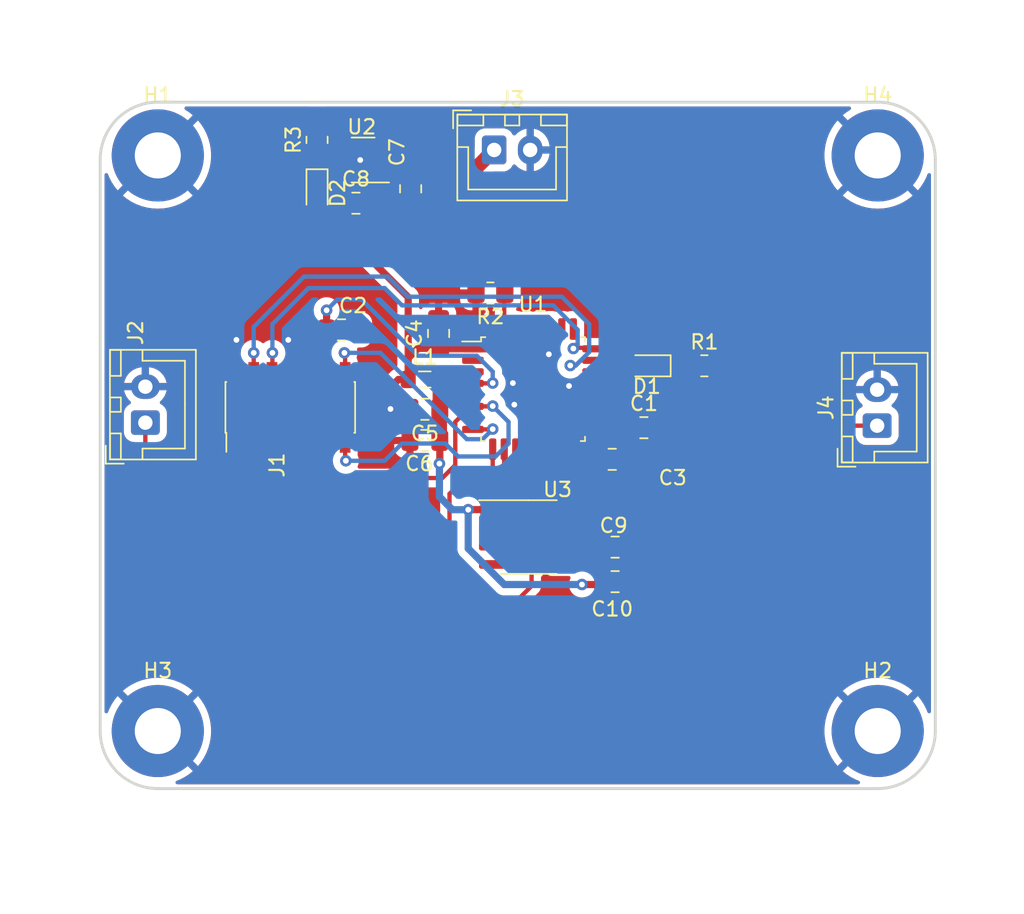
<source format=kicad_pcb>
(kicad_pcb (version 20221018) (generator pcbnew)
  (layers (0 "F.Cu" signal) (31 "B.Cu" signal) (34 "B.Paste" user) (35 "F.Paste" user) (36 "B.SilkS" user "B.Silkscreen") (37 "F.SilkS" user "F.Silkscreen") (38 "B.Mask" user) (39 "F.Mask" user) (44 "Edge.Cuts" user))
  (net 0 "")
  (net 1 "+3V3")
  (net 2 "GND")
  (net 3 "NRST")
  (net 4 "+3.3VA")
  (net 5 "+5V")
  (net 6 "Net-(D1-K)")
  (net 7 "LED_STATUS")
  (net 8 "Net-(D2-K)")
  (net 11 "SWDIO")
  (net 12 "SWDCK")
  (net 16 "USART2_RX")
  (net 17 "USART2_TX")
  (net 18 "ADC_IN1")
  (net 19 "DAC_OUT")
  (net 20 "Net-(U1-PB9)")
  (net 23 "DAC_nLDAC")
  (net 24 "DAC_nCS")
  (net 25 "SPI1_SCK")
  (net 27 "SPI1_MOSI")
  (footprint "LED_SMD:LED_0603_1608Metric_Pad1.05x0.95mm_HandSolder" (layer "F.Cu") (at 128.7 56.6 -90)
    (fp_text reference "D2" (at 0 -1.43 90) (layer "F.SilkS"))
    (fp_text value "GREEN LED")
    (fp_line (start -1.66 -0.735) (end -1.66 0.735) (stroke (width 0.12)) (layer "F.SilkS"))
    (fp_line (start -1.66 0.735) (end 0.8 0.735) (stroke (width 0.12)) (layer "F.SilkS"))
    (fp_line (start 0.8 -0.735) (end -1.66 -0.735) (stroke (width 0.12)) (layer "F.SilkS"))
    (pad "1" smd roundrect (at -0.875 0 270) (size 1.05 0.95) (layers "F.Cu" "F.Paste" "F.Mask") (net 8 "Net-(D2-K)"))
    (pad "2" smd roundrect (at 0.875 0 270) (size 1.05 0.95) (layers "F.Cu" "F.Paste" "F.Mask") (net 1 "+3V3"))
  )
  (footprint "Capacitor_SMD:C_0805_2012Metric_Pad1.18x1.45mm_HandSolder" (layer "F.Cu") (at 136.19 71.62 180)
    (fp_text reference "C5" (at 0 -1.68) (layer "F.SilkS"))
    (fp_text value "1u")
    (fp_line (start -0.261252 -0.735) (end 0.261252 -0.735) (stroke (width 0.12)) (layer "F.SilkS"))
    (fp_line (start -0.261252 0.735) (end 0.261252 0.735) (stroke (width 0.12)) (layer "F.SilkS"))
    (pad "1" smd roundrect (at -1.0375 0 180) (size 1.175 1.45) (layers "F.Cu" "F.Paste" "F.Mask") (roundrect_rratio 0.212766) (net 4 "+3.3VA"))
    (pad "2" smd roundrect (at 1.0375 0 180) (size 1.175 1.45) (layers "F.Cu" "F.Paste" "F.Mask") (roundrect_rratio 0.212766) (net 2 "GND"))
  )
  (footprint "Capacitor_SMD:C_0805_2012Metric_Pad1.18x1.45mm_HandSolder" (layer "F.Cu") (at 137.14 66.35 90)
    (fp_text reference "C4" (at 0 -1.68 90) (layer "F.SilkS"))
    (fp_text value "100n")
    (fp_line (start -0.261252 -0.735) (end 0.261252 -0.735) (stroke (width 0.12)) (layer "F.SilkS"))
    (fp_line (start -0.261252 0.735) (end 0.261252 0.735) (stroke (width 0.12)) (layer "F.SilkS"))
    (pad "1" smd roundrect (at -1.0375 0 90) (size 1.175 1.45) (layers "F.Cu" "F.Paste" "F.Mask") (roundrect_rratio 0.212766) (net 1 "+3V3"))
    (pad "2" smd roundrect (at 1.0375 0 90) (size 1.175 1.45) (layers "F.Cu" "F.Paste" "F.Mask") (roundrect_rratio 0.212766) (net 2 "GND"))
  )
  (footprint "Capacitor_SMD:C_0805_2012Metric_Pad1.18x1.45mm_HandSolder" (layer "F.Cu") (at 149.2 75.1 180)
    (fp_text reference "C3" (at -4.2 -1.28) (layer "F.SilkS"))
    (fp_text value "100n")
    (fp_line (start -0.261252 -0.735) (end 0.261252 -0.735) (stroke (width 0.12)) (layer "F.SilkS"))
    (fp_line (start -0.261252 0.735) (end 0.261252 0.735) (stroke (width 0.12)) (layer "F.SilkS"))
    (pad "1" smd roundrect (at -1.0375 0 180) (size 1.175 1.45) (layers "F.Cu" "F.Paste" "F.Mask") (roundrect_rratio 0.212766) (net 1 "+3V3"))
    (pad "2" smd roundrect (at 1.0375 0 180) (size 1.175 1.45) (layers "F.Cu" "F.Paste" "F.Mask") (roundrect_rratio 0.212766) (net 2 "GND"))
  )
  (footprint "Inductor_SMD:L_0805_2012Metric_Pad1.05x1.20mm_HandSolder" (layer "F.Cu") (at 136.18 69.55)
    (fp_text reference "L1" (at 0 -1.55) (layer "F.SilkS"))
    (fp_text value "39n")
    (fp_line (start -0.410242 -0.56) (end 0.410242 -0.56) (stroke (width 0.12)) (layer "F.SilkS"))
    (fp_line (start -0.410242 0.56) (end 0.410242 0.56) (stroke (width 0.12)) (layer "F.SilkS"))
    (pad "1" smd roundrect (at -1.15 0) (size 1.05 1.2) (layers "F.Cu" "F.Paste" "F.Mask") (roundrect_rratio 0.238095) (net 1 "+3V3"))
    (pad "2" smd roundrect (at 1.15 0) (size 1.05 1.2) (layers "F.Cu" "F.Paste" "F.Mask") (roundrect_rratio 0.238095) (net 4 "+3.3VA"))
  )
  (footprint "Resistor_SMD:R_0805_2012Metric_Pad1.20x1.40mm_HandSolder" (layer "F.Cu") (at 128.7 52.9 90)
    (fp_text reference "R3" (at 0 -1.65 90) (layer "F.SilkS"))
    (fp_text value "1k")
    (fp_line (start -0.227064 -0.735) (end 0.227064 -0.735) (stroke (width 0.12)) (layer "F.SilkS"))
    (fp_line (start -0.227064 0.735) (end 0.227064 0.735) (stroke (width 0.12)) (layer "F.SilkS"))
    (pad "1" smd roundrect (at -1 0 90) (size 1.2 1.4) (layers "F.Cu" "F.Paste" "F.Mask") (roundrect_rratio 0.208333) (net 8 "Net-(D2-K)"))
    (pad "2" smd roundrect (at 1 0 90) (size 1.2 1.4) (layers "F.Cu" "F.Paste" "F.Mask") (roundrect_rratio 0.208333) (net 2 "GND"))
  )
  (footprint "Resistor_SMD:R_0805_2012Metric_Pad1.20x1.40mm_HandSolder" (layer "F.Cu") (at 155.6 68.6)
    (fp_text reference "R1" (at 0 -1.65) (layer "F.SilkS"))
    (fp_text value "1k")
    (fp_line (start -0.227064 -0.735) (end 0.227064 -0.735) (stroke (width 0.12)) (layer "F.SilkS"))
    (fp_line (start -0.227064 0.735) (end 0.227064 0.735) (stroke (width 0.12)) (layer "F.SilkS"))
    (pad "1" smd roundrect (at -1 0) (size 1.2 1.4) (layers "F.Cu" "F.Paste" "F.Mask") (roundrect_rratio 0.208333) (net 6 "Net-(D1-K)"))
    (pad "2" smd roundrect (at 1 0) (size 1.2 1.4) (layers "F.Cu" "F.Paste" "F.Mask") (roundrect_rratio 0.208333) (net 2 "GND"))
  )
  (footprint "Capacitor_SMD:C_0805_2012Metric_Pad1.18x1.45mm_HandSolder" (layer "F.Cu") (at 130.4 66.1)
    (fp_text reference "C2" (at 0.8 -1.68) (layer "F.SilkS"))
    (fp_text value "100n")
    (fp_line (start -0.261252 -0.735) (end 0.261252 -0.735) (stroke (width 0.12)) (layer "F.SilkS"))
    (fp_line (start -0.261252 0.735) (end 0.261252 0.735) (stroke (width 0.12)) (layer "F.SilkS"))
    (pad "1" smd roundrect (at -1.0375 0) (size 1.175 1.45) (layers "F.Cu" "F.Paste" "F.Mask") (roundrect_rratio 0.212766) (net 3 "NRST"))
    (pad "2" smd roundrect (at 1.0375 0) (size 1.175 1.45) (layers "F.Cu" "F.Paste" "F.Mask") (roundrect_rratio 0.212766) (net 2 "GND"))
  )
  (footprint "Connector_JST:JST_XH_B2B-XH-A_1x02_P2.50mm_Vertical" (layer "F.Cu") (at 141 53.6)
    (fp_text reference "J3" (at 1.25 -3.55) (layer "F.SilkS"))
    (fp_text value "POWER")
    (fp_line (start -2.85 -2.75) (end -2.85 -1.5) (stroke (width 0.12)) (layer "F.SilkS"))
    (fp_line (start -2.56 -2.46) (end -2.56 3.51) (stroke (width 0.12)) (layer "F.SilkS"))
    (fp_line (start -2.56 3.51) (end 5.06 3.51) (stroke (width 0.12)) (layer "F.SilkS"))
    (fp_line (start -2.55 -2.45) (end -2.55 -1.7) (stroke (width 0.12)) (layer "F.SilkS"))
    (fp_line (start -2.55 -1.7) (end -0.75 -1.7) (stroke (width 0.12)) (layer "F.SilkS"))
    (fp_line (start -2.55 -0.2) (end -1.8 -0.2) (stroke (width 0.12)) (layer "F.SilkS"))
    (fp_line (start -1.8 -0.2) (end -1.8 2.75) (stroke (width 0.12)) (layer "F.SilkS"))
    (fp_line (start -1.8 2.75) (end 1.25 2.75) (stroke (width 0.12)) (layer "F.SilkS"))
    (fp_line (start -1.6 -2.75) (end -2.85 -2.75) (stroke (width 0.12)) (layer "F.SilkS"))
    (fp_line (start -0.75 -2.45) (end -2.55 -2.45) (stroke (width 0.12)) (layer "F.SilkS"))
    (fp_line (start -0.75 -1.7) (end -0.75 -2.45) (stroke (width 0.12)) (layer "F.SilkS"))
    (fp_line (start 0.75 -2.45) (end 0.75 -1.7) (stroke (width 0.12)) (layer "F.SilkS"))
    (fp_line (start 0.75 -1.7) (end 1.75 -1.7) (stroke (width 0.12)) (layer "F.SilkS"))
    (fp_line (start 1.75 -2.45) (end 0.75 -2.45) (stroke (width 0.12)) (layer "F.SilkS"))
    (fp_line (start 1.75 -1.7) (end 1.75 -2.45) (stroke (width 0.12)) (layer "F.SilkS"))
    (fp_line (start 3.25 -2.45) (end 3.25 -1.7) (stroke (width 0.12)) (layer "F.SilkS"))
    (fp_line (start 3.25 -1.7) (end 5.05 -1.7) (stroke (width 0.12)) (layer "F.SilkS"))
    (fp_line (start 4.3 -0.2) (end 4.3 2.75) (stroke (width 0.12)) (layer "F.SilkS"))
    (fp_line (start 4.3 2.75) (end 1.25 2.75) (stroke (width 0.12)) (layer "F.SilkS"))
    (fp_line (start 5.05 -2.45) (end 3.25 -2.45) (stroke (width 0.12)) (layer "F.SilkS"))
    (fp_line (start 5.05 -1.7) (end 5.05 -2.45) (stroke (width 0.12)) (layer "F.SilkS"))
    (fp_line (start 5.05 -0.2) (end 4.3 -0.2) (stroke (width 0.12)) (layer "F.SilkS"))
    (fp_line (start 5.06 -2.46) (end -2.56 -2.46) (stroke (width 0.12)) (layer "F.SilkS"))
    (fp_line (start 5.06 3.51) (end 5.06 -2.46) (stroke (width 0.12)) (layer "F.SilkS"))
    (pad "1" thru_hole roundrect (at 0 0) (size 1.7 2) (drill 1) (layers "*.Cu" "*.Mask") (roundrect_rratio 0.147059) (net 5 "+5V"))
    (pad "2" thru_hole oval (at 2.5 0) (size 1.7 2) (drill 1) (layers "*.Cu" "*.Mask") (net 2 "GND"))
  )
  (footprint "MountingHole:MountingHole_3.2mm_M3_Pad" (layer "F.Cu") (at 117.6401 53.98008)
    (fp_text reference "H1" (at 0 -4.2) (layer "F.SilkS"))
    (fp_text value "MountingHole_Pad")
    (pad "1" thru_hole circle (at 0 0) (size 6.4 6.4) (drill 3.2) (layers "*.Cu" "*.Mask") (net 2 "GND"))
  )
  (footprint "Connector_JST:JST_XH_B2B-XH-A_1x02_P2.50mm_Vertical" (layer "F.Cu") (at 116.775 72.55 90)
    (fp_text reference "J2" (at 6.25 -0.675 90) (layer "F.SilkS"))
    (fp_text value "INPUT")
    (fp_line (start -2.85 -2.75) (end -2.85 -1.5) (stroke (width 0.12)) (layer "F.SilkS"))
    (fp_line (start -2.56 -2.46) (end -2.56 3.51) (stroke (width 0.12)) (layer "F.SilkS"))
    (fp_line (start -2.56 3.51) (end 5.06 3.51) (stroke (width 0.12)) (layer "F.SilkS"))
    (fp_line (start -2.55 -2.45) (end -2.55 -1.7) (stroke (width 0.12)) (layer "F.SilkS"))
    (fp_line (start -2.55 -1.7) (end -0.75 -1.7) (stroke (width 0.12)) (layer "F.SilkS"))
    (fp_line (start -2.55 -0.2) (end -1.8 -0.2) (stroke (width 0.12)) (layer "F.SilkS"))
    (fp_line (start -1.8 -0.2) (end -1.8 2.75) (stroke (width 0.12)) (layer "F.SilkS"))
    (fp_line (start -1.8 2.75) (end 1.25 2.75) (stroke (width 0.12)) (layer "F.SilkS"))
    (fp_line (start -1.6 -2.75) (end -2.85 -2.75) (stroke (width 0.12)) (layer "F.SilkS"))
    (fp_line (start -0.75 -2.45) (end -2.55 -2.45) (stroke (width 0.12)) (layer "F.SilkS"))
    (fp_line (start -0.75 -1.7) (end -0.75 -2.45) (stroke (width 0.12)) (layer "F.SilkS"))
    (fp_line (start 0.75 -2.45) (end 0.75 -1.7) (stroke (width 0.12)) (layer "F.SilkS"))
    (fp_line (start 0.75 -1.7) (end 1.75 -1.7) (stroke (width 0.12)) (layer "F.SilkS"))
    (fp_line (start 1.75 -2.45) (end 0.75 -2.45) (stroke (width 0.12)) (layer "F.SilkS"))
    (fp_line (start 1.75 -1.7) (end 1.75 -2.45) (stroke (width 0.12)) (layer "F.SilkS"))
    (fp_line (start 3.25 -2.45) (end 3.25 -1.7) (stroke (width 0.12)) (layer "F.SilkS"))
    (fp_line (start 3.25 -1.7) (end 5.05 -1.7) (stroke (width 0.12)) (layer "F.SilkS"))
    (fp_line (start 4.3 -0.2) (end 4.3 2.75) (stroke (width 0.12)) (layer "F.SilkS"))
    (fp_line (start 4.3 2.75) (end 1.25 2.75) (stroke (width 0.12)) (layer "F.SilkS"))
    (fp_line (start 5.05 -2.45) (end 3.25 -2.45) (stroke (width 0.12)) (layer "F.SilkS"))
    (fp_line (start 5.05 -1.7) (end 5.05 -2.45) (stroke (width 0.12)) (layer "F.SilkS"))
    (fp_line (start 5.05 -0.2) (end 4.3 -0.2) (stroke (width 0.12)) (layer "F.SilkS"))
    (fp_line (start 5.06 -2.46) (end -2.56 -2.46) (stroke (width 0.12)) (layer "F.SilkS"))
    (fp_line (start 5.06 3.51) (end 5.06 -2.46) (stroke (width 0.12)) (layer "F.SilkS"))
    (pad "1" thru_hole roundrect (at 0 0 90) (size 1.7 2) (drill 1) (layers "*.Cu" "*.Mask") (roundrect_rratio 0.147059) (net 18 "ADC_IN1"))
    (pad "2" thru_hole oval (at 2.5 0 90) (size 1.7 2) (drill 1) (layers "*.Cu" "*.Mask") (net 2 "GND"))
  )
  (footprint "Connector_PinHeader_1.27mm:PinHeader_2x07_P1.27mm_Vertical_SMD" (layer "F.Cu") (at 126.84 71.49 90)
    (fp_text reference "J1" (at -4.01 -0.92 90) (layer "F.SilkS"))
    (fp_text value "Conn_02x07_Odd_Even")
    (fp_line (start -3.09 -4.44) (end -1.765 -4.44) (stroke (width 0.12)) (layer "F.SilkS"))
    (fp_line (start -1.765 -4.505) (end -1.765 -4.44) (stroke (width 0.12)) (layer "F.SilkS"))
    (fp_line (start -1.765 -4.505) (end 1.765 -4.505) (stroke (width 0.12)) (layer "F.SilkS"))
    (fp_line (start -1.765 4.44) (end -1.765 4.505) (stroke (width 0.12)) (layer "F.SilkS"))
    (fp_line (start -1.765 4.505) (end 1.765 4.505) (stroke (width 0.12)) (layer "F.SilkS"))
    (fp_line (start 1.765 -4.505) (end 1.765 -4.44) (stroke (width 0.12)) (layer "F.SilkS"))
    (fp_line (start 1.765 4.44) (end 1.765 4.505) (stroke (width 0.12)) (layer "F.SilkS"))
    (pad "1" smd rect (at -1.95 -3.81 90) (size 2.4 0.74) (layers "F.Cu" "F.Paste" "F.Mask"))
    (pad "2" smd rect (at 1.95 -3.81 90) (size 2.4 0.74) (layers "F.Cu" "F.Paste" "F.Mask"))
    (pad "3" smd rect (at -1.95 -2.54 90) (size 2.4 0.74) (layers "F.Cu" "F.Paste" "F.Mask") (net 1 "+3V3"))
    (pad "4" smd rect (at 1.95 -2.54 90) (size 2.4 0.74) (layers "F.Cu" "F.Paste" "F.Mask") (net 11 "SWDIO"))
    (pad "5" smd rect (at -1.95 -1.27 90) (size 2.4 0.74) (layers "F.Cu" "F.Paste" "F.Mask") (net 2 "GND"))
    (pad "6" smd rect (at 1.95 -1.27 90) (size 2.4 0.74) (layers "F.Cu" "F.Paste" "F.Mask") (net 12 "SWDCK"))
    (pad "7" smd rect (at -1.95 0 90) (size 2.4 0.74) (layers "F.Cu" "F.Paste" "F.Mask") (net 2 "GND"))
    (pad "8" smd rect (at 1.95 0 90) (size 2.4 0.74) (layers "F.Cu" "F.Paste" "F.Mask"))
    (pad "9" smd rect (at -1.95 1.27 90) (size 2.4 0.74) (layers "F.Cu" "F.Paste" "F.Mask"))
    (pad "10" smd rect (at 1.95 1.27 90) (size 2.4 0.74) (layers "F.Cu" "F.Paste" "F.Mask"))
    (pad "11" smd rect (at -1.95 2.54 90) (size 2.4 0.74) (layers "F.Cu" "F.Paste" "F.Mask") (net 2 "GND"))
    (pad "12" smd rect (at 1.95 2.54 90) (size 2.4 0.74) (layers "F.Cu" "F.Paste" "F.Mask") (net 3 "NRST"))
    (pad "13" smd rect (at -1.95 3.81 90) (size 2.4 0.74) (layers "F.Cu" "F.Paste" "F.Mask") (net 16 "USART2_RX"))
    (pad "14" smd rect (at 1.95 3.81 90) (size 2.4 0.74) (layers "F.Cu" "F.Paste" "F.Mask") (net 17 "USART2_TX"))
  )
  (footprint "MountingHole:MountingHole_3.2mm_M3_Pad" (layer "F.Cu") (at 167.64 53.98008)
    (fp_text reference "H4" (at 0 -4.2) (layer "F.SilkS"))
    (fp_text value "MountingHole_Pad")
    (pad "1" thru_hole circle (at 0 0) (size 6.4 6.4) (drill 3.2) (layers "*.Cu" "*.Mask") (net 2 "GND"))
  )
  (footprint "Capacitor_SMD:C_0805_2012Metric" (layer "F.Cu") (at 149.4 83.6)
    (fp_text reference "C10" (at -0.2 1.9) (layer "F.SilkS"))
    (fp_text value "10u")
    (fp_line (start -0.261252 -0.735) (end 0.261252 -0.735) (stroke (width 0.12)) (layer "F.SilkS"))
    (fp_line (start -0.261252 0.735) (end 0.261252 0.735) (stroke (width 0.12)) (layer "F.SilkS"))
    (pad "1" smd roundrect (at -0.95 0) (size 1 1.45) (layers "F.Cu" "F.Paste" "F.Mask") (net 4 "+3.3VA"))
    (pad "2" smd roundrect (at 0.95 0) (size 1 1.45) (layers "F.Cu" "F.Paste" "F.Mask") (net 2 "GND"))
  )
  (footprint "MountingHole:MountingHole_3.2mm_M3_Pad" (layer "F.Cu") (at 117.6401 93.98)
    (fp_text reference "H3" (at 0 -4.2) (layer "F.SilkS"))
    (fp_text value "MountingHole_Pad")
    (pad "1" thru_hole circle (at 0 0) (size 6.4 6.4) (drill 3.2) (layers "*.Cu" "*.Mask") (net 2 "GND"))
  )
  (footprint "Package_SO:SOIC-8_3.9x4.9mm_P1.27mm" (layer "F.Cu") (at 143.4 80.5)
    (fp_text reference "U3" (at 2 -3.3) (layer "F.SilkS"))
    (fp_text value "MCP4801-E/SN")
    (fp_line (start 0 -2.56) (end -3.45 -2.56) (stroke (width 0.12)) (layer "F.SilkS"))
    (fp_line (start 0 -2.56) (end 1.95 -2.56) (stroke (width 0.12)) (layer "F.SilkS"))
    (fp_line (start 0 2.56) (end -1.95 2.56) (stroke (width 0.12)) (layer "F.SilkS"))
    (fp_line (start 0 2.56) (end 1.95 2.56) (stroke (width 0.12)) (layer "F.SilkS"))
    (pad "1" smd roundrect (at -2.475 -1.905) (size 1.95 0.6) (layers "F.Cu" "F.Paste" "F.Mask") (net 4 "+3.3VA"))
    (pad "2" smd roundrect (at -2.475 -0.635) (size 1.95 0.6) (layers "F.Cu" "F.Paste" "F.Mask") (net 24 "DAC_nCS"))
    (pad "3" smd roundrect (at -2.475 0.635) (size 1.95 0.6) (layers "F.Cu" "F.Paste" "F.Mask") (net 25 "SPI1_SCK"))
    (pad "4" smd roundrect (at -2.475 1.905) (size 1.95 0.6) (layers "F.Cu" "F.Paste" "F.Mask") (net 27 "SPI1_MOSI"))
    (pad "5" smd roundrect (at 2.475 1.905) (size 1.95 0.6) (layers "F.Cu" "F.Paste" "F.Mask") (net 23 "DAC_nLDAC"))
    (pad "6" smd roundrect (at 2.475 0.635) (size 1.95 0.6) (layers "F.Cu" "F.Paste" "F.Mask") (net 4 "+3.3VA"))
    (pad "7" smd roundrect (at 2.475 -0.635) (size 1.95 0.6) (layers "F.Cu" "F.Paste" "F.Mask") (net 2 "GND"))
    (pad "8" smd roundrect (at 2.475 -1.905) (size 1.95 0.6) (layers "F.Cu" "F.Paste" "F.Mask") (net 19 "DAC_OUT"))
  )
  (footprint "LED_SMD:LED_0603_1608Metric_Pad1.05x0.95mm_HandSolder" (layer "F.Cu") (at 151.6 68.6 180)
    (fp_text reference "D1" (at 0 -1.43) (layer "F.SilkS"))
    (fp_text value "ORANGE TLMO1100-GS8")
    (fp_line (start -1.66 -0.735) (end -1.66 0.735) (stroke (width 0.12)) (layer "F.SilkS"))
    (fp_line (start -1.66 0.735) (end 0.8 0.735) (stroke (width 0.12)) (layer "F.SilkS"))
    (fp_line (start 0.8 -0.735) (end -1.66 -0.735) (stroke (width 0.12)) (layer "F.SilkS"))
    (pad "1" smd roundrect (at -0.875 0 180) (size 1.05 0.95) (layers "F.Cu" "F.Paste" "F.Mask") (net 6 "Net-(D1-K)"))
    (pad "2" smd roundrect (at 0.875 0 180) (size 1.05 0.95) (layers "F.Cu" "F.Paste" "F.Mask") (net 7 "LED_STATUS"))
  )
  (footprint "MountingHole:MountingHole_3.2mm_M3_Pad" (layer "F.Cu") (at 167.64 93.98)
    (fp_text reference "H2" (at 0 -4.2) (layer "F.SilkS"))
    (fp_text value "MountingHole_Pad")
    (pad "1" thru_hole circle (at 0 0) (size 6.4 6.4) (drill 3.2) (layers "*.Cu" "*.Mask") (net 2 "GND"))
  )
  (footprint "Capacitor_SMD:C_0805_2012Metric" (layer "F.Cu") (at 135.2 56.3 -90)
    (fp_text reference "C7" (at -2.54 0.95 90) (layer "F.SilkS"))
    (fp_text value "1uF")
    (fp_line (start -0.261252 -0.735) (end 0.261252 -0.735) (stroke (width 0.12)) (layer "F.SilkS"))
    (fp_line (start -0.261252 0.735) (end 0.261252 0.735) (stroke (width 0.12)) (layer "F.SilkS"))
    (pad "1" smd roundrect (at -0.95 0 270) (size 1 1.45) (layers "F.Cu" "F.Paste" "F.Mask") (net 5 "+5V"))
    (pad "2" smd roundrect (at 0.95 0 270) (size 1 1.45) (layers "F.Cu" "F.Paste" "F.Mask") (net 2 "GND"))
  )
  (footprint "Resistor_SMD:R_0805_2012Metric_Pad1.20x1.40mm_HandSolder" (layer "F.Cu") (at 140.74 63.54 180)
    (fp_text reference "R2" (at 0 -1.65) (layer "F.SilkS"))
    (fp_text value "100k")
    (fp_line (start -0.227064 -0.735) (end 0.227064 -0.735) (stroke (width 0.12)) (layer "F.SilkS"))
    (fp_line (start -0.227064 0.735) (end 0.227064 0.735) (stroke (width 0.12)) (layer "F.SilkS"))
    (pad "1" smd roundrect (at -1 0 180) (size 1.2 1.4) (layers "F.Cu" "F.Paste" "F.Mask") (roundrect_rratio 0.208333) (net 20 "Net-(U1-PB9)"))
    (pad "2" smd roundrect (at 1 0 180) (size 1.2 1.4) (layers "F.Cu" "F.Paste" "F.Mask") (roundrect_rratio 0.208333) (net 2 "GND"))
  )
  (footprint "Connector_JST:JST_XH_B2B-XH-A_1x02_P2.50mm_Vertical" (layer "F.Cu") (at 167.6 72.76 90)
    (fp_text reference "J4" (at 1.25 -3.55 90) (layer "F.SilkS"))
    (fp_text value "OUTPUT")
    (fp_line (start -2.85 -2.75) (end -2.85 -1.5) (stroke (width 0.12)) (layer "F.SilkS"))
    (fp_line (start -2.56 -2.46) (end -2.56 3.51) (stroke (width 0.12)) (layer "F.SilkS"))
    (fp_line (start -2.56 3.51) (end 5.06 3.51) (stroke (width 0.12)) (layer "F.SilkS"))
    (fp_line (start -2.55 -2.45) (end -2.55 -1.7) (stroke (width 0.12)) (layer "F.SilkS"))
    (fp_line (start -2.55 -1.7) (end -0.75 -1.7) (stroke (width 0.12)) (layer "F.SilkS"))
    (fp_line (start -2.55 -0.2) (end -1.8 -0.2) (stroke (width 0.12)) (layer "F.SilkS"))
    (fp_line (start -1.8 -0.2) (end -1.8 2.75) (stroke (width 0.12)) (layer "F.SilkS"))
    (fp_line (start -1.8 2.75) (end 1.25 2.75) (stroke (width 0.12)) (layer "F.SilkS"))
    (fp_line (start -1.6 -2.75) (end -2.85 -2.75) (stroke (width 0.12)) (layer "F.SilkS"))
    (fp_line (start -0.75 -2.45) (end -2.55 -2.45) (stroke (width 0.12)) (layer "F.SilkS"))
    (fp_line (start -0.75 -1.7) (end -0.75 -2.45) (stroke (width 0.12)) (layer "F.SilkS"))
    (fp_line (start 0.75 -2.45) (end 0.75 -1.7) (stroke (width 0.12)) (layer "F.SilkS"))
    (fp_line (start 0.75 -1.7) (end 1.75 -1.7) (stroke (width 0.12)) (layer "F.SilkS"))
    (fp_line (start 1.75 -2.45) (end 0.75 -2.45) (stroke (width 0.12)) (layer "F.SilkS"))
    (fp_line (start 1.75 -1.7) (end 1.75 -2.45) (stroke (width 0.12)) (layer "F.SilkS"))
    (fp_line (start 3.25 -2.45) (end 3.25 -1.7) (stroke (width 0.12)) (layer "F.SilkS"))
    (fp_line (start 3.25 -1.7) (end 5.05 -1.7) (stroke (width 0.12)) (layer "F.SilkS"))
    (fp_line (start 4.3 -0.2) (end 4.3 2.75) (stroke (width 0.12)) (layer "F.SilkS"))
    (fp_line (start 4.3 2.75) (end 1.25 2.75) (stroke (width 0.12)) (layer "F.SilkS"))
    (fp_line (start 5.05 -2.45) (end 3.25 -2.45) (stroke (width 0.12)) (layer "F.SilkS"))
    (fp_line (start 5.05 -1.7) (end 5.05 -2.45) (stroke (width 0.12)) (layer "F.SilkS"))
    (fp_line (start 5.05 -0.2) (end 4.3 -0.2) (stroke (width 0.12)) (layer "F.SilkS"))
    (fp_line (start 5.06 -2.46) (end -2.56 -2.46) (stroke (width 0.12)) (layer "F.SilkS"))
    (fp_line (start 5.06 3.51) (end 5.06 -2.46) (stroke (width 0.12)) (layer "F.SilkS"))
    (pad "1" thru_hole roundrect (at 0 0 90) (size 1.7 2) (drill 1) (layers "*.Cu" "*.Mask") (roundrect_rratio 0.147059) (net 19 "DAC_OUT"))
    (pad "2" thru_hole oval (at 2.5 0 90) (size 1.7 2) (drill 1) (layers "*.Cu" "*.Mask") (net 2 "GND"))
  )
  (footprint "Capacitor_SMD:C_0805_2012Metric_Pad1.18x1.45mm_HandSolder" (layer "F.Cu") (at 151.4 72.9)
    (fp_text reference "C1" (at 0 -1.68) (layer "F.SilkS"))
    (fp_text value "4u7")
    (fp_line (start -0.261252 -0.735) (end 0.261252 -0.735) (stroke (width 0.12)) (layer "F.SilkS"))
    (fp_line (start -0.261252 0.735) (end 0.261252 0.735) (stroke (width 0.12)) (layer "F.SilkS"))
    (pad "1" smd roundrect (at -1.0375 0) (size 1.175 1.45) (layers "F.Cu" "F.Paste" "F.Mask") (roundrect_rratio 0.212766) (net 1 "+3V3"))
    (pad "2" smd roundrect (at 1.0375 0) (size 1.175 1.45) (layers "F.Cu" "F.Paste" "F.Mask") (roundrect_rratio 0.212766) (net 2 "GND"))
  )
  (footprint "Package_QFP:LQFP-32_7x7mm_P0.8mm" (layer "F.Cu") (at 143.7 70.22)
    (fp_text reference "U1" (at 0 -5.88) (layer "F.SilkS"))
    (fp_text value "STM32L021K4T6")
    (fp_line (start -3.61 -3.61) (end -3.61 -3.31) (stroke (width 0.12)) (layer "F.SilkS"))
    (fp_line (start -3.61 -3.31) (end -4.925 -3.31) (stroke (width 0.12)) (layer "F.SilkS"))
    (fp_line (start -3.61 3.61) (end -3.61 3.31) (stroke (width 0.12)) (layer "F.SilkS"))
    (fp_line (start -3.31 -3.61) (end -3.61 -3.61) (stroke (width 0.12)) (layer "F.SilkS"))
    (fp_line (start -3.31 3.61) (end -3.61 3.61) (stroke (width 0.12)) (layer "F.SilkS"))
    (fp_line (start 3.31 -3.61) (end 3.61 -3.61) (stroke (width 0.12)) (layer "F.SilkS"))
    (fp_line (start 3.31 3.61) (end 3.61 3.61) (stroke (width 0.12)) (layer "F.SilkS"))
    (fp_line (start 3.61 -3.61) (end 3.61 -3.31) (stroke (width 0.12)) (layer "F.SilkS"))
    (fp_line (start 3.61 3.61) (end 3.61 3.31) (stroke (width 0.12)) (layer "F.SilkS"))
    (pad "1" smd roundrect (at -4.175 -2.8) (size 1.5 0.5) (layers "F.Cu" "F.Paste" "F.Mask") (net 1 "+3V3"))
    (pad "2" smd roundrect (at -4.175 -2) (size 1.5 0.5) (layers "F.Cu" "F.Paste" "F.Mask"))
    (pad "3" smd roundrect (at -4.175 -1.2) (size 1.5 0.5) (layers "F.Cu" "F.Paste" "F.Mask"))
    (pad "4" smd roundrect (at -4.175 -0.4) (size 1.5 0.5) (layers "F.Cu" "F.Paste" "F.Mask") (net 3 "NRST"))
    (pad "5" smd roundrect (at -4.175 0.4) (size 1.5 0.5) (layers "F.Cu" "F.Paste" "F.Mask") (net 4 "+3.3VA"))
    (pad "6" smd roundrect (at -4.175 1.2) (size 1.5 0.5) (layers "F.Cu" "F.Paste" "F.Mask") (net 16 "USART2_RX"))
    (pad "7" smd roundrect (at -4.175 2) (size 1.5 0.5) (layers "F.Cu" "F.Paste" "F.Mask") (net 18 "ADC_IN1"))
    (pad "8" smd roundrect (at -4.175 2.8) (size 1.5 0.5) (layers "F.Cu" "F.Paste" "F.Mask") (net 17 "USART2_TX"))
    (pad "9" smd roundrect (at -2.8 4.175) (size 0.5 1.5) (layers "F.Cu" "F.Paste" "F.Mask") (net 23 "DAC_nLDAC"))
    (pad "10" smd roundrect (at -2 4.175) (size 0.5 1.5) (layers "F.Cu" "F.Paste" "F.Mask") (net 24 "DAC_nCS"))
    (pad "11" smd roundrect (at -1.2 4.175) (size 0.5 1.5) (layers "F.Cu" "F.Paste" "F.Mask") (net 25 "SPI1_SCK"))
    (pad "12" smd roundrect (at -0.4 4.175) (size 0.5 1.5) (layers "F.Cu" "F.Paste" "F.Mask"))
    (pad "13" smd roundrect (at 0.4 4.175) (size 0.5 1.5) (layers "F.Cu" "F.Paste" "F.Mask") (net 27 "SPI1_MOSI"))
    (pad "14" smd roundrect (at 1.2 4.175) (size 0.5 1.5) (layers "F.Cu" "F.Paste" "F.Mask"))
    (pad "15" smd roundrect (at 2 4.175) (size 0.5 1.5) (layers "F.Cu" "F.Paste" "F.Mask"))
    (pad "16" smd roundrect (at 2.8 4.175) (size 0.5 1.5) (layers "F.Cu" "F.Paste" "F.Mask") (net 2 "GND"))
    (pad "17" smd roundrect (at 4.175 2.8) (size 1.5 0.5) (layers "F.Cu" "F.Paste" "F.Mask") (net 1 "+3V3"))
    (pad "18" smd roundrect (at 4.175 2) (size 1.5 0.5) (layers "F.Cu" "F.Paste" "F.Mask") (net 7 "LED_STATUS"))
    (pad "19" smd roundrect (at 4.175 1.2) (size 1.5 0.5) (layers "F.Cu" "F.Paste" "F.Mask"))
    (pad "20" smd roundrect (at 4.175 0.4) (size 1.5 0.5) (layers "F.Cu" "F.Paste" "F.Mask"))
    (pad "21" smd roundrect (at 4.175 -0.4) (size 1.5 0.5) (layers "F.Cu" "F.Paste" "F.Mask"))
    (pad "22" smd roundrect (at 4.175 -1.2) (size 1.5 0.5) (layers "F.Cu" "F.Paste" "F.Mask"))
    (pad "23" smd roundrect (at 4.175 -2) (size 1.5 0.5) (layers "F.Cu" "F.Paste" "F.Mask") (net 11 "SWDIO"))
    (pad "24" smd roundrect (at 4.175 -2.8) (size 1.5 0.5) (layers "F.Cu" "F.Paste" "F.Mask") (net 12 "SWDCK"))
    (pad "25" smd roundrect (at 2.8 -4.175) (size 0.5 1.5) (layers "F.Cu" "F.Paste" "F.Mask"))
    (pad "26" smd roundrect (at 2 -4.175) (size 0.5 1.5) (layers "F.Cu" "F.Paste" "F.Mask"))
    (pad "27" smd roundrect (at 1.2 -4.175) (size 0.5 1.5) (layers "F.Cu" "F.Paste" "F.Mask"))
    (pad "28" smd roundrect (at 0.4 -4.175) (size 0.5 1.5) (layers "F.Cu" "F.Paste" "F.Mask"))
    (pad "29" smd roundrect (at -0.4 -4.175) (size 0.5 1.5) (layers "F.Cu" "F.Paste" "F.Mask"))
    (pad "30" smd roundrect (at -1.2 -4.175) (size 0.5 1.5) (layers "F.Cu" "F.Paste" "F.Mask"))
    (pad "31" smd roundrect (at -2 -4.175) (size 0.5 1.5) (layers "F.Cu" "F.Paste" "F.Mask") (net 20 "Net-(U1-PB9)"))
    (pad "32" smd roundrect (at -2.8 -4.175) (size 0.5 1.5) (layers "F.Cu" "F.Paste" "F.Mask") (net 2 "GND"))
  )
  (footprint "Capacitor_SMD:C_0805_2012Metric_Pad1.18x1.45mm_HandSolder" (layer "F.Cu") (at 136.19 73.79 180)
    (fp_text reference "C6" (at 0.39 -1.61) (layer "F.SilkS"))
    (fp_text value "10n")
    (fp_line (start -0.261252 -0.735) (end 0.261252 -0.735) (stroke (width 0.12)) (layer "F.SilkS"))
    (fp_line (start -0.261252 0.735) (end 0.261252 0.735) (stroke (width 0.12)) (layer "F.SilkS"))
    (pad "1" smd roundrect (at -1.0375 0 180) (size 1.175 1.45) (layers "F.Cu" "F.Paste" "F.Mask") (roundrect_rratio 0.212766) (net 4 "+3.3VA"))
    (pad "2" smd roundrect (at 1.0375 0 180) (size 1.175 1.45) (layers "F.Cu" "F.Paste" "F.Mask") (roundrect_rratio 0.212766) (net 2 "GND"))
  )
  (footprint "Capacitor_SMD:C_0805_2012Metric_Pad1.18x1.45mm_HandSolder" (layer "F.Cu") (at 149.4 81.2)
    (fp_text reference "C9" (at -0.1 -1.5) (layer "F.SilkS"))
    (fp_text value "100n")
    (fp_line (start -0.261252 -0.735) (end 0.261252 -0.735) (stroke (width 0.12)) (layer "F.SilkS"))
    (fp_line (start -0.261252 0.735) (end 0.261252 0.735) (stroke (width 0.12)) (layer "F.SilkS"))
    (pad "1" smd roundrect (at -1.0375 0) (size 1.175 1.45) (layers "F.Cu" "F.Paste" "F.Mask") (roundrect_rratio 0.212766) (net 4 "+3.3VA"))
    (pad "2" smd roundrect (at 1.0375 0) (size 1.175 1.45) (layers "F.Cu" "F.Paste" "F.Mask") (roundrect_rratio 0.212766) (net 2 "GND"))
  )
  (footprint "Capacitor_SMD:C_0805_2012Metric" (layer "F.Cu") (at 131.4 57.3)
    (fp_text reference "C8" (at 0 -1.68) (layer "F.SilkS"))
    (fp_text value "1uF")
    (fp_line (start -0.261252 -0.735) (end 0.261252 -0.735) (stroke (width 0.12)) (layer "F.SilkS"))
    (fp_line (start -0.261252 0.735) (end 0.261252 0.735) (stroke (width 0.12)) (layer "F.SilkS"))
    (pad "1" smd roundrect (at -0.95 0) (size 1 1.45) (layers "F.Cu" "F.Paste" "F.Mask") (net 1 "+3V3"))
    (pad "2" smd roundrect (at 0.95 0) (size 1 1.45) (layers "F.Cu" "F.Paste" "F.Mask") (net 2 "GND"))
  )
  (footprint "Package_TO_SOT_SMD:SOT-23-5" (layer "F.Cu") (at 131.9 54.3 180)
    (fp_text reference "U2" (at 0.1 2.3) (layer "F.SilkS"))
    (fp_text value "BU33SD5WG-TR")
    (fp_line (start 0 -1.56) (end -1.8 -1.56) (stroke (width 0.12)) (layer "F.SilkS"))
    (fp_line (start 0 -1.56) (end 0.8 -1.56) (stroke (width 0.12)) (layer "F.SilkS"))
    (fp_line (start 0 1.56) (end -0.8 1.56) (stroke (width 0.12)) (layer "F.SilkS"))
    (fp_line (start 0 1.56) (end 0.8 1.56) (stroke (width 0.12)) (layer "F.SilkS"))
    (pad "1" smd roundrect (at -1.1375 -0.95 180) (size 1.325 0.6) (layers "F.Cu" "F.Paste" "F.Mask") (net 5 "+5V"))
    (pad "2" smd roundrect (at -1.1375 0 180) (size 1.325 0.6) (layers "F.Cu" "F.Paste" "F.Mask") (net 2 "GND"))
    (pad "3" smd roundrect (at -1.1375 0.95 180) (size 1.325 0.6) (layers "F.Cu" "F.Paste" "F.Mask") (net 5 "+5V"))
    (pad "4" smd roundrect (at 1.1375 0.95 180) (size 1.325 0.6) (layers "F.Cu" "F.Paste" "F.Mask"))
    (pad "5" smd roundrect (at 1.1375 -0.95 180) (size 1.325 0.6) (layers "F.Cu" "F.Paste" "F.Mask") (net 1 "+3V3"))
  )
  (gr_line (start 171.64 54.28) (end 171.64 93.98) (stroke (width 0.2)) (layer "Edge.Cuts"))
  (gr_arc (start 167.64 50.28) (mid 170.468427 51.451573) (end 171.64 54.28) (stroke (width 0.2)) (layer "Edge.Cuts"))
  (gr_arc (start 171.64 93.98) (mid 170.468427 96.808427) (end 167.64 97.98) (stroke (width 0.2)) (layer "Edge.Cuts"))
  (gr_arc (start 117.64 97.98) (mid 114.811573 96.808427) (end 113.64 93.98) (stroke (width 0.2)) (layer "Edge.Cuts"))
  (gr_line (start 117.64 97.98) (end 167.64 97.98) (stroke (width 0.2)) (layer "Edge.Cuts"))
  (gr_arc (start 113.64 54.28) (mid 114.811573 51.451573) (end 117.64 50.28) (stroke (width 0.2)) (layer "Edge.Cuts"))
  (gr_line (start 167.64 50.28) (end 117.64 50.28) (stroke (width 0.2)) (layer "Edge.Cuts"))
  (gr_line (start 113.64 54.28) (end 113.64 93.98) (stroke (width 0.2)) (layer "Edge.Cuts"))
  (segment (start 130.45 57.3) (end 130.45 59.25) (width 0.5) (layer "F.Cu") (net 1))
  (segment (start 124.3 71.74) (end 124.54 71.5) (width 0.5) (layer "F.Cu") (net 1))
  (segment (start 135.03 63.83) (end 135.03 68.07) (width 0.5) (layer "F.Cu") (net 1))
  (segment (start 146.966942 73.02) (end 141.366942 67.42) (width 0.5) (layer "F.Cu") (net 1))
  (segment (start 132.4 71.5) (end 134.35 69.55) (width 0.5) (layer "F.Cu") (net 1))
  (segment (start 150.2375 73.025) (end 150.3625 72.9) (width 1) (layer "F.Cu") (net 1))
  (segment (start 147.875 73.02) (end 150.2425 73.02) (width 0.5) (layer "F.Cu") (net 1))
  (segment (start 150.2375 75.1) (end 150.2375 73.025) (width 1) (layer "F.Cu") (net 1))
  (segment (start 141.366942 67.42) (end 139.525 67.42) (width 0.5) (layer "F.Cu") (net 1))
  (segment (start 130.7625 55.25) (end 130.7625 56.9875) (width 0.5) (layer "F.Cu") (net 1))
  (segment (start 150.2425 73.02) (end 150.3625 72.9) (width 0.5) (layer "F.Cu") (net 1))
  (segment (start 137.14 67.3875) (end 135.7125 67.3875) (width 0.5) (layer "F.Cu") (net 1))
  (segment (start 128.7 57.475) (end 130.275 57.475) (width 0.75) (layer "F.Cu") (net 1))
  (segment (start 130.45 59.25) (end 135.03 63.83) (width 0.5) (layer "F.Cu") (net 1))
  (segment (start 135.03 68.07) (end 135.03 69.55) (width 0.5) (layer "F.Cu") (net 1))
  (segment (start 139.525 67.42) (end 137.1725 67.42) (width 0.5) (layer "F.Cu") (net 1))
  (segment (start 134.35 69.55) (end 135.03 69.55) (width 0.5) (layer "F.Cu") (net 1))
  (segment (start 130.7625 56.9875) (end 130.45 57.3) (width 0.5) (layer "F.Cu") (net 1))
  (segment (start 147.875 73.02) (end 146.966942 73.02) (width 0.5) (layer "F.Cu") (net 1))
  (segment (start 124.3 73.44) (end 124.3 71.74) (width 0.5) (layer "F.Cu") (net 1))
  (segment (start 124.54 71.5) (end 132.4 71.5) (width 0.5) (layer "F.Cu") (net 1))
  (segment (start 135.7125 67.3875) (end 135.03 68.07) (width 0.5) (layer "F.Cu") (net 1))
  (segment (start 137.1725 67.42) (end 137.14 67.3875) (width 0.3) (layer "F.Cu") (net 1))
  (segment (start 130.275 57.475) (end 130.45 57.3) (width 0.75) (layer "F.Cu") (net 1))
  (segment (start 133.0375 54.3) (end 131.7 54.3) (width 0.5) (layer "F.Cu") (net 2))
  (via (at 133.8 71.6) (size 0.8) (drill 0.4) (layers "F.Cu" "B.Cu") (net 2))
  (via (at 123.1 66.8) (size 0.8) (drill 0.4) (layers "F.Cu" "B.Cu") (net 2))
  (via (at 146.2 70) (size 0.8) (drill 0.4) (layers "F.Cu" "B.Cu") (net 2))
  (via (at 142.3 69.8) (size 0.8) (drill 0.4) (layers "F.Cu" "B.Cu") (net 2))
  (via (at 144.8 67.8) (size 0.8) (drill 0.4) (layers "F.Cu" "B.Cu") (net 2))
  (via (at 126.7 66.8) (size 0.8) (drill 0.4) (layers "F.Cu" "B.Cu") (net 2))
  (via (at 142.4 71.3) (size 0.8) (drill 0.4) (layers "F.Cu" "B.Cu") (net 2))
  (via (at 131.7 54.3) (size 0.8) (drill 0.4) (layers "F.Cu" "B.Cu") (net 2))
  (segment (start 140.88 69.82) (end 140.9 69.8) (width 0.3) (layer "F.Cu") (net 3))
  (segment (start 129.38 66.1175) (end 129.38 69.54) (width 0.5) (layer "F.Cu") (net 3))
  (segment (start 129.3625 64.7375) (end 129.3625 66.1) (width 0.5) (layer "F.Cu") (net 3))
  (segment (start 129.5 65.9975) (end 129.38 66.1175) (width 0.5) (layer "F.Cu") (net 3))
  (segment (start 139.525 69.82) (end 140.88 69.82) (width 0.3) (layer "F.Cu") (net 3))
  (via (at 140.9 69.8) (size 0.8) (drill 0.4) (layers "F.Cu" "B.Cu") (net 3))
  (via (at 129.3625 64.7375) (size 0.8) (drill 0.4) (layers "F.Cu" "B.Cu") (net 3))
  (segment (start 139.8 67.9) (end 135.7 67.9) (width 0.3) (layer "B.Cu") (net 3))
  (segment (start 135.7 67.9) (end 131.8 64) (width 0.3) (layer "B.Cu") (net 3))
  (segment (start 131.8 64) (end 130.1 64) (width 0.3) (layer "B.Cu") (net 3))
  (segment (start 140.9 69) (end 139.8 67.9) (width 0.3) (layer "B.Cu") (net 3))
  (segment (start 140.9 69.8) (end 140.9 69) (width 0.3) (layer "B.Cu") (net 3))
  (segment (start 130.1 64) (end 129.3625 64.7375) (width 0.3) (layer "B.Cu") (net 3))
  (segment (start 137.2275 73.79) (end 137.2275 75.3725) (width 0.5) (layer "F.Cu") (net 4))
  (segment (start 139.205 78.595) (end 139.2 78.6) (width 0.5) (layer "F.Cu") (net 4))
  (segment (start 138.4 70.62) (end 137.33 69.55) (width 0.5) (layer "F.Cu") (net 4))
  (segment (start 137.2275 71.62) (end 137.2275 73.79) (width 1) (layer "F.Cu") (net 4))
  (segment (start 137.2275 71.62) (end 137.2275 69.6525) (width 1) (layer "F.Cu") (net 4))
  (segment (start 147.1 83.8) (end 148.25 83.8) (width 0.5) (layer "F.Cu") (net 4))
  (segment (start 148.45 81.2875) (end 148.3625 81.2) (width 0.75) (layer "F.Cu") (net 4))
  (segment (start 148.2975 81.135) (end 148.3625 81.2) (width 0.5) (layer "F.Cu") (net 4))
  (segment (start 137.2275 69.6525) (end 137.33 69.55) (width 1) (layer "F.Cu") (net 4))
  (segment (start 148.25 83.8) (end 148.45 83.6) (width 0.5) (layer "F.Cu") (net 4))
  (segment (start 137.2275 75.3725) (end 137.2 75.4) (width 0.5) (layer "F.Cu") (net 4))
  (segment (start 145.875 81.135) (end 148.2975 81.135) (width 0.5) (layer "F.Cu") (net 4))
  (segment (start 139.525 70.62) (end 138.4 70.62) (width 0.5) (layer "F.Cu") (net 4))
  (segment (start 140.925 78.595) (end 139.205 78.595) (width 0.5) (layer "F.Cu") (net 4))
  (segment (start 148.45 83.6) (end 148.45 81.2875) (width 0.75) (layer "F.Cu") (net 4))
  (via (at 137.2 75.4) (size 0.8) (drill 0.4) (layers "F.Cu" "B.Cu") (net 4))
  (via (at 147.1 83.8) (size 0.8) (drill 0.4) (layers "F.Cu" "B.Cu") (net 4))
  (via (at 139.2 78.6) (size 0.8) (drill 0.4) (layers "F.Cu" "B.Cu") (net 4))
  (segment (start 139.2 81.3) (end 139.2 78.6) (width 0.5) (layer "B.Cu") (net 4))
  (segment (start 138.1 78.6) (end 137.2 77.7) (width 0.5) (layer "B.Cu") (net 4))
  (segment (start 139.2 78.6) (end 138.1 78.6) (width 0.5) (layer "B.Cu") (net 4))
  (segment (start 147.1 83.8) (end 141.7 83.8) (width 0.5) (layer "B.Cu") (net 4))
  (segment (start 141.7 83.8) (end 139.2 81.3) (width 0.5) (layer "B.Cu") (net 4))
  (segment (start 137.2 77.7) (end 137.2 75.4) (width 0.5) (layer "B.Cu") (net 4))
  (segment (start 141 53.6) (end 139.3 55.3) (width 1) (layer "F.Cu") (net 5))
  (segment (start 139.3 55.3) (end 138.7 55.3) (width 1) (layer "F.Cu") (net 5))
  (segment (start 133.0375 55.25) (end 135.1 55.25) (width 0.5) (layer "F.Cu") (net 5))
  (segment (start 138.7 55.3) (end 138.65 55.35) (width 1) (layer "F.Cu") (net 5))
  (segment (start 138.65 55.35) (end 135.2 55.35) (width 1) (layer "F.Cu") (net 5))
  (segment (start 135.1 55.25) (end 135.2 55.35) (width 0.5) (layer "F.Cu") (net 5))
  (segment (start 135.2 54) (end 135.2 55.35) (width 0.5) (layer "F.Cu") (net 5))
  (segment (start 133.0375 53.35) (end 134.55 53.35) (width 0.5) (layer "F.Cu") (net 5))
  (segment (start 134.55 53.35) (end 135.2 54) (width 0.5) (layer "F.Cu") (net 5))
  (segment (start 152.475 68.6) (end 154.6 68.6) (width 0.5) (layer "F.Cu") (net 6))
  (segment (start 148.88 72.22) (end 149.4 71.7) (width 0.3) (layer "F.Cu") (net 7))
  (segment (start 149.4 70.6) (end 150.725 69.275) (width 0.3) (layer "F.Cu") (net 7))
  (segment (start 150.725 69.275) (end 150.725 68.6) (width 0.3) (layer "F.Cu") (net 7))
  (segment (start 147.875 72.22) (end 148.88 72.22) (width 0.3) (layer "F.Cu") (net 7))
  (segment (start 149.4 71.7) (end 149.4 70.6) (width 0.3) (layer "F.Cu") (net 7))
  (segment (start 128.7 55.725) (end 128.7 53.9) (width 0.75) (layer "F.Cu") (net 8))
  (segment (start 146.662856 68.580647) (end 146.285337 68.580647) (width 0.3) (layer "F.Cu") (net 11))
  (segment (start 147.023503 68.22) (end 146.662856 68.580647) (width 0.3) (layer "F.Cu") (net 11))
  (segment (start 147.875 68.22) (end 147.023503 68.22) (width 0.3) (layer "F.Cu") (net 11))
  (segment (start 124.3 67.7) (end 124.3 69.54) (width 0.3) (layer "F.Cu") (net 11))
  (via (at 124.3 67.7) (size 0.8) (drill 0.4) (layers "F.Cu" "B.Cu") (net 11))
  (via (at 146.285337 68.580647) (size 0.8) (drill 0.4) (layers "F.Cu" "B.Cu") (net 11))
  (segment (start 124.3 65.9) (end 124.3 67.7) (width 0.3) (layer "B.Cu") (net 11))
  (segment (start 146.662856 68.580647) (end 147.6 67.643503) (width 0.3) (layer "B.Cu") (net 11))
  (segment (start 135 63.8) (end 133.6 62.4) (width 0.3) (layer "B.Cu") (net 11))
  (segment (start 127.8 62.4) (end 124.3 65.9) (width 0.3) (layer "B.Cu") (net 11))
  (segment (start 147.6 67.643503) (end 147.6 65.7) (width 0.3) (layer "B.Cu") (net 11))
  (segment (start 146.285337 68.580647) (end 146.662856 68.580647) (width 0.3) (layer "B.Cu") (net 11))
  (segment (start 133.6 62.4) (end 127.8 62.4) (width 0.3) (layer "B.Cu") (net 11))
  (segment (start 147.6 65.7) (end 145.7 63.8) (width 0.3) (layer "B.Cu") (net 11))
  (segment (start 145.7 63.8) (end 135 63.8) (width 0.3) (layer "B.Cu") (net 11))
  (segment (start 125.6 67.7) (end 125.6 69.51) (width 0.3) (layer "F.Cu") (net 12))
  (segment (start 125.6 69.51) (end 125.57 69.54) (width 0.3) (layer "F.Cu") (net 12))
  (segment (start 147.875 67.42) (end 147.805 67.35) (width 0.3) (layer "F.Cu") (net 12))
  (segment (start 147.805 67.35) (end 146.5 67.35) (width 0.3) (layer "F.Cu") (net 12))
  (via (at 125.6 67.7) (size 0.8) (drill 0.4) (layers "F.Cu" "B.Cu") (net 12))
  (via (at 146.5 67.4) (size 0.8) (drill 0.4) (layers "F.Cu" "B.Cu") (net 12))
  (segment (start 125.6 65.7) (end 125.6 67.7) (width 0.3) (layer "B.Cu") (net 12))
  (segment (start 145.1 64.4) (end 134.6 64.4) (width 0.3) (layer "B.Cu") (net 12))
  (segment (start 134.6 64.4) (end 133.4 63.2) (width 0.3) (layer "B.Cu") (net 12))
  (segment (start 146.8 66.1) (end 145.1 64.4) (width 0.3) (layer "B.Cu") (net 12))
  (segment (start 146.8 67.1) (end 146.8 66.1) (width 0.3) (layer "B.Cu") (net 12))
  (segment (start 128.1 63.2) (end 125.6 65.7) (width 0.3) (layer "B.Cu") (net 12))
  (segment (start 133.4 63.2) (end 128.1 63.2) (width 0.3) (layer "B.Cu") (net 12))
  (segment (start 146.5 67.4) (end 146.8 67.1) (width 0.3) (layer "B.Cu") (net 12))
  (segment (start 139.525 71.42) (end 140.88 71.42) (width 0.3) (layer "F.Cu") (net 16))
  (segment (start 130.65 75.15) (end 130.7 75.2) (width 0.3) (layer "F.Cu") (net 16))
  (segment (start 140.88 71.42) (end 140.9 71.4) (width 0.3) (layer "F.Cu") (net 16))
  (segment (start 130.65 73.44) (end 130.65 75.15) (width 0.3) (layer "F.Cu") (net 16))
  (via (at 130.7 75.2) (size 0.8) (drill 0.4) (layers "F.Cu" "B.Cu") (net 16))
  (via (at 140.9 71.4) (size 0.8) (drill 0.4) (layers "F.Cu" "B.Cu") (net 16))
  (segment (start 137.6 74) (end 134.6 74) (width 0.3) (layer "B.Cu") (net 16))
  (segment (start 142 72.5) (end 142 74) (width 0.3) (layer "B.Cu") (net 16))
  (segment (start 138.5 74.9) (end 137.6 74) (width 0.3) (layer "B.Cu") (net 16))
  (segment (start 133.4 75.2) (end 130.7 75.2) (width 0.3) (layer "B.Cu") (net 16))
  (segment (start 134.6 74) (end 133.4 75.2) (width 0.3) (layer "B.Cu") (net 16))
  (segment (start 141.1 74.9) (end 138.5 74.9) (width 0.3) (layer "B.Cu") (net 16))
  (segment (start 140.9 71.4) (end 142 72.5) (width 0.3) (layer "B.Cu") (net 16))
  (segment (start 142 74) (end 141.1 74.9) (width 0.3) (layer "B.Cu") (net 16))
  (segment (start 130.65 69.54) (end 130.65 67.75) (width 0.3) (layer "F.Cu") (net 17))
  (segment (start 140.88 73.02) (end 140.9 73) (width 0.3) (layer "F.Cu") (net 17))
  (segment (start 139.525 73.02) (end 140.88 73.02) (width 0.3) (layer "F.Cu") (net 17))
  (segment (start 130.65 67.75) (end 130.6 67.7) (width 0.3) (layer "F.Cu") (net 17))
  (via (at 140.9 73) (size 0.8) (drill 0.4) (layers "F.Cu" "B.Cu") (net 17))
  (via (at 130.6 67.7) (size 0.8) (drill 0.4) (layers "F.Cu" "B.Cu") (net 17))
  (segment (start 139.1 73.7) (end 133.1 67.7) (width 0.3) (layer "B.Cu") (net 17))
  (segment (start 140.9 73) (end 140.2 73.7) (width 0.3) (layer "B.Cu") (net 17))
  (segment (start 140.2 73.7) (end 139.1 73.7) (width 0.3) (layer "B.Cu") (net 17))
  (segment (start 133.1 67.7) (end 130.6 67.7) (width 0.3) (layer "B.Cu") (net 17))
  (segment (start 138.58 72.22) (end 138.3 72.5) (width 0.3) (layer "F.Cu") (net 18))
  (segment (start 138.3 75.5) (end 137.4 76.4) (width 0.3) (layer "F.Cu") (net 18))
  (segment (start 137.4 76.4) (end 118.3 76.4) (width 0.3) (layer "F.Cu") (net 18))
  (segment (start 138.3 72.5) (end 138.3 75.5) (width 0.3) (layer "F.Cu") (net 18))
  (segment (start 116.775 74.875) (end 116.775 72.55) (width 0.3) (layer "F.Cu") (net 18))
  (segment (start 139.525 72.22) (end 138.58 72.22) (width 0.3) (layer "F.Cu") (net 18))
  (segment (start 118.3 76.4) (end 116.775 74.875) (width 0.3) (layer "F.Cu") (net 18))
  (segment (start 158.805 78.595) (end 164.64 72.76) (width 0.3) (layer "F.Cu") (net 19))
  (segment (start 145.875 78.595) (end 158.805 78.595) (width 0.3) (layer "F.Cu") (net 19))
  (segment (start 164.64 72.76) (end 167.6 72.76) (width 0.3) (layer "F.Cu") (net 19))
  (segment (start 141.7 63.58) (end 141.74 63.54) (width 0.3) (layer "F.Cu") (net 20))
  (segment (start 141.7 66.045) (end 141.7 63.58) (width 0.3) (layer "F.Cu") (net 20))
  (segment (start 140.9 76.2) (end 140.2 76.9) (width 0.3) (layer "F.Cu") (net 23))
  (segment (start 138.5 76.9) (end 137.9 77.5) (width 0.3) (layer "F.Cu") (net 23))
  (segment (start 140.9 74.395) (end 140.9 76.2) (width 0.3) (layer "F.Cu") (net 23))
  (segment (start 142.7 84.8) (end 143.6 83.9) (width 0.3) (layer "F.Cu") (net 23))
  (segment (start 137.9 77.5) (end 137.9 83.4) (width 0.3) (layer "F.Cu") (net 23))
  (segment (start 143.6 83) (end 144.195 82.405) (width 0.3) (layer "F.Cu") (net 23))
  (segment (start 144.195 82.405) (end 145.875 82.405) (width 0.3) (layer "F.Cu") (net 23))
  (segment (start 137.9 83.4) (end 139.3 84.8) (width 0.3) (layer "F.Cu") (net 23))
  (segment (start 143.6 83.9) (end 143.6 83) (width 0.3) (layer "F.Cu") (net 23))
  (segment (start 139.3 84.8) (end 142.7 84.8) (width 0.3) (layer "F.Cu") (net 23))
  (segment (start 140.2 76.9) (end 138.5 76.9) (width 0.3) (layer "F.Cu") (net 23))
  (segment (start 141.7 74.395) (end 141.7 75.9) (width 0.3) (layer "F.Cu") (net 24))
  (segment (start 142.6 76.8) (end 142.6 79.164999) (width 0.3) (layer "F.Cu") (net 24))
  (segment (start 141.7 75.9) (end 142.6 76.8) (width 0.3) (layer "F.Cu") (net 24))
  (segment (start 141.899999 79.865) (end 140.925 79.865) (width 0.3) (layer "F.Cu") (net 24))
  (segment (start 142.6 79.164999) (end 141.899999 79.865) (width 0.3) (layer "F.Cu") (net 24))
  (segment (start 142.5 75.8) (end 143.3 76.6) (width 0.3) (layer "F.Cu") (net 25))
  (segment (start 141.899999 81.135) (end 140.925 81.135) (width 0.3) (layer "F.Cu") (net 25))
  (segment (start 143.3 79.734999) (end 141.899999 81.135) (width 0.3) (layer "F.Cu") (net 25))
  (segment (start 143.3 76.6) (end 143.3 79.734999) (width 0.3) (layer "F.Cu") (net 25))
  (segment (start 142.5 74.395) (end 142.5 75.8) (width 0.3) (layer "F.Cu") (net 25))
  (segment (start 144.1 80.204999) (end 141.899999 82.405) (width 0.3) (layer "F.Cu") (net 27))
  (segment (start 141.899999 82.405) (end 140.925 82.405) (width 0.3) (layer "F.Cu") (net 27))
  (segment (start 144.1 74.395) (end 144.1 80.204999) (width 0.3) (layer "F.Cu") (net 27))
  (zone (net 2) (net_name "GND") (layer "F.Cu") (connect_pads (clearance 0.5)) (min_thickness 0.25) (fill yes (thermal_gap 0.5) (thermal_bridge_width 0.5))
    (polygon (pts (xy 106.68 43.18) (xy 106.68 106.68) (xy 177.8 106.68) (xy 177.8 43.18)))
  )
  (zone (net 2) (net_name "GND") (layer "B.Cu") (priority 1) (connect_pads (clearance 0.5)) (min_thickness 0.25) (fill yes (thermal_gap 0.5) (thermal_bridge_width 0.5))
    (polygon (pts (xy 106.68 43.18) (xy 177.8 43.18) (xy 177.8 106.68) (xy 106.68 106.68)))
  )
)
</source>
